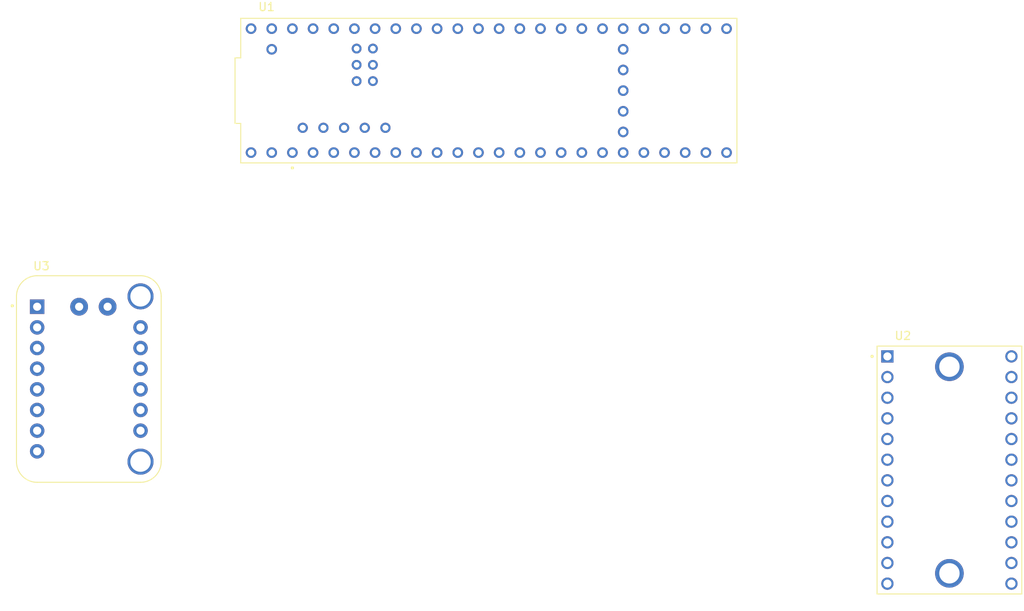
<source format=kicad_pcb>
(kicad_pcb (version 20241229) (generator "pcbnew") (generator_version "9.0")
  (layers (0 "F.Cu" signal) (2 "B.Cu" signal) (13 "F.Paste" user) (15 "B.Paste" user) (5 "F.SilkS" user "F.Silkscreen") (7 "B.SilkS" user "B.Silkscreen") (1 "F.Mask" user) (3 "B.Mask" user) (25 "Edge.Cuts" user))
  (net 0 "")
  (net 4 "3.3V")
  (net 7 "USB_GND")
  (net 13 "GND")
  (net 97 "Net-(U3-SHIELD-PadS1)")
  (footprint "teensy_library:adafruit_dc_motor_3297" (layer "F.Cu") (at 69.65 99.34)
    (property "Reference" "U3" (at -5.825 -13.885 0) (layer "F.SilkS"))
    (property "Value" "adafruit_dc_motor_3297")
    (fp_line (start -8.89 -10.16) (end -8.89 10.16) (stroke (width 0.127)) (layer "F.SilkS"))
    (fp_line (start -6.35 12.7) (end 6.35 12.7) (stroke (width 0.127)) (layer "F.SilkS"))
    (fp_line (start 6.35 -12.7) (end -6.35 -12.7) (stroke (width 0.127)) (layer "F.SilkS"))
    (fp_line (start 8.89 10.16) (end 8.89 -10.16) (stroke (width 0.127)) (layer "F.SilkS"))
    (fp_arc (start -8.89 -10.16) (mid -8.146051 -11.956051) (end -6.35 -12.7) (stroke (width 0.127)) (layer "F.SilkS"))
    (fp_arc (start -6.35 12.7) (mid -8.146051 11.956051) (end -8.89 10.16) (stroke (width 0.127)) (layer "F.SilkS"))
    (fp_arc (start 6.35 -12.7) (mid 8.146051 -11.956051) (end 8.89 -10.16) (stroke (width 0.127)) (layer "F.SilkS"))
    (fp_arc (start 8.89 10.16) (mid 8.146051 11.956051) (end 6.35 12.7) (stroke (width 0.127)) (layer "F.SilkS"))
    (fp_circle (center -9.4 -9) (end -9.3 -9) (stroke (width 0.2)) (fill no) (layer "F.SilkS"))
    (pad "J1_1" thru_hole rect (at -6.35 -8.89) (size 1.778 1.778) (drill 1) (layers "*.Cu" "*.Mask"))
    (pad "J1_2" thru_hole circle (at -6.35 -6.35) (size 1.778 1.778) (drill 1) (layers "*.Cu" "*.Mask"))
    (pad "J1_3" thru_hole circle (at -6.35 -3.81) (size 1.778 1.778) (drill 1) (layers "*.Cu" "*.Mask"))
    (pad "J1_4" thru_hole circle (at -6.35 -1.27) (size 1.778 1.778) (drill 1) (layers "*.Cu" "*.Mask"))
    (pad "J1_5" thru_hole circle (at -6.35 1.27) (size 1.778 1.778) (drill 1) (layers "*.Cu" "*.Mask"))
    (pad "J1_6" thru_hole circle (at -6.35 3.81) (size 1.778 1.778) (drill 1) (layers "*.Cu" "*.Mask"))
    (pad "J1_7" thru_hole circle (at -6.35 6.35) (size 1.778 1.778) (drill 1) (layers "*.Cu" "*.Mask"))
    (pad "J1_8" thru_hole circle (at -6.35 8.89) (size 1.778 1.778) (drill 1) (layers "*.Cu" "*.Mask"))
    (pad "J2_1" thru_hole circle (at -1.192 -8.89) (size 2.1844 2.1844) (drill 1) (layers "*.Cu" "*.Mask"))
    (pad "J2_2" thru_hole circle (at 2.308 -8.89) (size 2.1844 2.1844) (drill 1) (layers "*.Cu" "*.Mask"))
    (pad "J3_1" thru_hole circle (at 6.35 -6.35) (size 1.778 1.778) (drill 1) (layers "*.Cu" "*.Mask"))
    (pad "J3_2" thru_hole circle (at 6.35 -3.81) (size 1.778 1.778) (drill 1) (layers "*.Cu" "*.Mask"))
    (pad "J3_3" thru_hole circle (at 6.35 -1.27) (size 1.778 1.778) (drill 1) (layers "*.Cu" "*.Mask"))
    (pad "J3_4" thru_hole circle (at 6.35 1.27) (size 1.778 1.778) (drill 1) (layers "*.Cu" "*.Mask"))
    (pad "J3_5" thru_hole circle (at 6.35 3.81) (size 1.778 1.778) (drill 1) (layers "*.Cu" "*.Mask"))
    (pad "J3_6" thru_hole circle (at 6.35 6.35) (size 1.778 1.778) (drill 1) (layers "*.Cu" "*.Mask"))
    (pad "S1" thru_hole circle (at 6.35 -10.16) (size 3.2 3.2) (drill 2.5) (layers "*.Cu" "*.Mask") (net 97 "Net-(U3-SHIELD-PadS1)"))
    (pad "S2" thru_hole circle (at 6.35 10.16) (size 3.2 3.2) (drill 2.5) (layers "*.Cu" "*.Mask") (net 97 "Net-(U3-SHIELD-PadS1)"))
  )
  (footprint "teensy_library:Adafruit TCA9548A" (layer "F.Cu") (at 175.38 110.53)
    (property "Reference" "U2" (at -5.715 -16.51 0) (layer "F.SilkS"))
    (property "Value" "Adafruit TCA9548A")
    (fp_line (start -8.89 -15.24) (end 8.89 -15.24) (stroke (width 0.127)) (layer "F.SilkS"))
    (fp_line (start -8.89 15.24) (end -8.89 -15.24) (stroke (width 0.127)) (layer "F.SilkS"))
    (fp_line (start 8.89 -15.24) (end 8.89 15.24) (stroke (width 0.127)) (layer "F.SilkS"))
    (fp_line (start 8.89 15.24) (end -8.89 15.24) (stroke (width 0.127)) (layer "F.SilkS"))
    (fp_circle (center -9.5 -13.97) (end -9.4 -13.97) (stroke (width 0.2)) (fill no) (layer "F.SilkS"))
    (pad "1" thru_hole rect (at -7.62 -13.97) (size 1.508 1.508) (drill 1) (layers "*.Cu" "*.Mask"))
    (pad "2" thru_hole circle (at -7.62 -11.43) (size 1.508 1.508) (drill 1) (layers "*.Cu" "*.Mask"))
    (pad "3" thru_hole circle (at -7.62 -8.89) (size 1.508 1.508) (drill 1) (layers "*.Cu" "*.Mask"))
    (pad "4" thru_hole circle (at -7.62 -6.35) (size 1.508 1.508) (drill 1) (layers "*.Cu" "*.Mask"))
    (pad "5" thru_hole circle (at -7.62 -3.81) (size 1.508 1.508) (drill 1) (layers "*.Cu" "*.Mask"))
    (pad "6" thru_hole circle (at -7.62 -1.27) (size 1.508 1.508) (drill 1) (layers "*.Cu" "*.Mask"))
    (pad "7" thru_hole circle (at -7.62 1.27) (size 1.508 1.508) (drill 1) (layers "*.Cu" "*.Mask"))
    (pad "8" thru_hole circle (at -7.62 3.81) (size 1.508 1.508) (drill 1) (layers "*.Cu" "*.Mask"))
    (pad "9" thru_hole circle (at -7.62 6.35) (size 1.508 1.508) (drill 1) (layers "*.Cu" "*.Mask"))
    (pad "10" thru_hole circle (at -7.62 8.89) (size 1.508 1.508) (drill 1) (layers "*.Cu" "*.Mask"))
    (pad "11" thru_hole circle (at -7.62 11.43) (size 1.508 1.508) (drill 1) (layers "*.Cu" "*.Mask"))
    (pad "12" thru_hole circle (at -7.62 13.97) (size 1.508 1.508) (drill 1) (layers "*.Cu" "*.Mask"))
    (pad "13" thru_hole circle (at 7.62 13.97) (size 1.508 1.508) (drill 1) (layers "*.Cu" "*.Mask"))
    (pad "14" thru_hole circle (at 7.62 11.43) (size 1.508 1.508) (drill 1) (layers "*.Cu" "*.Mask"))
    (pad "15" thru_hole circle (at 7.62 8.89) (size 1.508 1.508) (drill 1) (layers "*.Cu" "*.Mask"))
    (pad "16" thru_hole circle (at 7.62 6.35) (size 1.508 1.508) (drill 1) (layers "*.Cu" "*.Mask"))
    (pad "17" thru_hole circle (at 7.62 3.81) (size 1.508 1.508) (drill 1) (layers "*.Cu" "*.Mask"))
    (pad "18" thru_hole circle (at 7.62 1.27) (size 1.508 1.508) (drill 1) (layers "*.Cu" "*.Mask"))
    (pad "19" thru_hole circle (at 7.62 -1.27) (size 1.508 1.508) (drill 1) (layers "*.Cu" "*.Mask"))
    (pad "20" thru_hole circle (at 7.62 -3.81) (size 1.508 1.508) (drill 1) (layers "*.Cu" "*.Mask"))
    (pad "21" thru_hole circle (at 7.62 -6.35) (size 1.508 1.508) (drill 1) (layers "*.Cu" "*.Mask"))
    (pad "22" thru_hole circle (at 7.62 -8.89) (size 1.508 1.508) (drill 1) (layers "*.Cu" "*.Mask"))
    (pad "23" thru_hole circle (at 7.62 -11.43) (size 1.508 1.508) (drill 1) (layers "*.Cu" "*.Mask"))
    (pad "24" thru_hole circle (at 7.62 -13.97) (size 1.508 1.508) (drill 1) (layers "*.Cu" "*.Mask"))
    (pad "P1" thru_hole circle (at 0 -12.7) (size 3.516 3.516) (drill 2.5) (layers "*.Cu" "*.Mask"))
    (pad "P2" thru_hole circle (at 0 12.7) (size 3.516 3.516) (drill 2.5) (layers "*.Cu" "*.Mask"))
  )
  (footprint "teensy_library:teensy4.1" (layer "F.Cu") (at 118.79 63.88)
    (property "Reference" "U1" (at -27.305 -10.295 0) (layer "F.SilkS"))
    (property "Value" "Teensy4.1")
    (fp_line (start -31.18 4.03) (end -31.18 -4.03) (stroke (width 0.127)) (layer "F.SilkS"))
    (fp_line (start -30.48 -8.89) (end -30.48 -4.03) (stroke (width 0.127)) (layer "F.SilkS"))
    (fp_line (start -30.48 -8.89) (end 30.48 -8.89) (stroke (width 0.127)) (layer "F.SilkS"))
    (fp_line (start -30.48 -4.03) (end -31.18 -4.03) (stroke (width 0.127)) (layer "F.SilkS"))
    (fp_line (start -30.48 4.03) (end -31.18 4.03) (stroke (width 0.127)) (layer "F.SilkS"))
    (fp_line (start -30.48 8.89) (end -30.48 4.03) (stroke (width 0.127)) (layer "F.SilkS"))
    (fp_line (start 30.48 -8.89) (end 30.48 8.89) (stroke (width 0.127)) (layer "F.SilkS"))
    (fp_line (start 30.48 8.89) (end -30.48 8.89) (stroke (width 0.127)) (layer "F.SilkS"))
    (fp_circle (center -24.13 9.5) (end -24.03 9.5) (stroke (width 0.2)) (fill no) (layer "F.SilkS"))
    (pad "0" thru_hole circle (at -26.67 7.62) (size 1.308 1.308) (drill 0.8) (layers "*.Cu" "*.Mask"))
    (pad "1" thru_hole circle (at -24.13 7.62) (size 1.308 1.308) (drill 0.8) (layers "*.Cu" "*.Mask"))
    (pad "2" thru_hole circle (at -21.59 7.62) (size 1.308 1.308) (drill 0.8) (layers "*.Cu" "*.Mask"))
    (pad "3" thru_hole circle (at -19.05 7.62) (size 1.308 1.308) (drill 0.8) (layers "*.Cu" "*.Mask"))
    (pad "3.3V_1" thru_hole circle (at 6.35 7.62) (size 1.308 1.308) (drill 0.8) (layers "*.Cu" "*.Mask") (net 4 "3.3V"))
    (pad "3.3V_2" thru_hole circle (at -24.13 -7.62) (size 1.308 1.308) (drill 0.8) (layers "*.Cu" "*.Mask") (net 4 "3.3V"))
    (pad "3.3V_3" thru_hole circle (at 16.51 2.54) (size 1.308 1.308) (drill 0.8) (layers "*.Cu" "*.Mask") (net 4 "3.3V"))
    (pad "4" thru_hole circle (at -16.51 7.62) (size 1.308 1.308) (drill 0.8) (layers "*.Cu" "*.Mask"))
    (pad "5" thru_hole circle (at -13.97 7.62) (size 1.308 1.308) (drill 0.8) (layers "*.Cu" "*.Mask"))
    (pad "5V" thru_hole circle (at -22.86 4.57) (size 1.258 1.258) (drill 0.75) (layers "*.Cu" "*.Mask"))
    (pad "6" thru_hole circle (at -11.43 7.62) (size 1.308 1.308) (drill 0.8) (layers "*.Cu" "*.Mask"))
    (pad "7" thru_hole circle (at -8.89 7.62) (size 1.308 1.308) (drill 0.8) (layers "*.Cu" "*.Mask"))
    (pad "8" thru_hole circle (at -6.35 7.62) (size 1.308 1.308) (drill 0.8) (layers "*.Cu" "*.Mask"))
    (pad "9" thru_hole circle (at -3.81 7.62) (size 1.308 1.308) (drill 0.8) (layers "*.Cu" "*.Mask"))
    (pad "10" thru_hole circle (at -1.27 7.62) (size 1.308 1.308) (drill 0.8) (layers "*.Cu" "*.Mask"))
    (pad "11" thru_hole circle (at 1.27 7.62) (size 1.308 1.308) (drill 0.8) (layers "*.Cu" "*.Mask"))
    (pad "12" thru_hole circle (at 3.81 7.62) (size 1.308 1.308) (drill 0.8) (layers "*.Cu" "*.Mask"))
    (pad "13" thru_hole circle (at 3.81 -7.62) (size 1.308 1.308) (drill 0.8) (layers "*.Cu" "*.Mask"))
    (pad "14" thru_hole circle (at 1.27 -7.62) (size 1.308 1.308) (drill 0.8) (layers "*.Cu" "*.Mask"))
    (pad "15" thru_hole circle (at -1.27 -7.62) (size 1.308 1.308) (drill 0.8) (layers "*.Cu" "*.Mask"))
    (pad "16" thru_hole circle (at -3.81 -7.62) (size 1.308 1.308) (drill 0.8) (layers "*.Cu" "*.Mask"))
    (pad "17" thru_hole circle (at -6.35 -7.62) (size 1.308 1.308) (drill 0.8) (layers "*.Cu" "*.Mask"))
    (pad "18" thru_hole circle (at -8.89 -7.62) (size 1.308 1.308) (drill 0.8) (layers "*.Cu" "*.Mask"))
    (pad "19" thru_hole circle (at -11.43 -7.62) (size 1.308 1.308) (drill 0.8) (layers "*.Cu" "*.Mask"))
    (pad "20" thru_hole circle (at -13.97 -7.62) (size 1.308 1.308) (drill 0.8) (layers "*.Cu" "*.Mask"))
    (pad "21" thru_hole circle (at -16.51 -7.62) (size 1.308 1.308) (drill 0.8) (layers "*.Cu" "*.Mask"))
    (pad "22" thru_hole circle (at -19.05 -7.62) (size 1.308 1.308) (drill 0.8) (layers "*.Cu" "*.Mask"))
    (pad "23" thru_hole circle (at -21.59 -7.62) (size 1.308 1.308) (drill 0.8) (layers "*.Cu" "*.Mask"))
    (pad "24" thru_hole circle (at 8.89 7.62) (size 1.308 1.308) (drill 0.8) (layers "*.Cu" "*.Mask"))
    (pad "25" thru_hole circle (at 11.43 7.62) (size 1.308 1.308) (drill 0.8) (layers "*.Cu" "*.Mask"))
    (pad "26" thru_hole circle (at 13.97 7.62) (size 1.308 1.308) (drill 0.8) (layers "*.Cu" "*.Mask"))
    (pad "27" thru_hole circle (at 16.51 7.62) (size 1.308 1.308) (drill 0.8) (layers "*.Cu" "*.Mask"))
    (pad "28" thru_hole circle (at 19.05 7.62) (size 1.308 1.308) (drill 0.8) (layers "*.Cu" "*.Mask"))
    (pad "29" thru_hole circle (at 21.59 7.62) (size 1.308 1.308) (drill 0.8) (layers "*.Cu" "*.Mask"))
    (pad "30" thru_hole circle (at 24.13 7.62) (size 1.308 1.308) (drill 0.8) (layers "*.Cu" "*.Mask"))
    (pad "31" thru_hole circle (at 26.67 7.62) (size 1.308 1.308) (drill 0.8) (layers "*.Cu" "*.Mask"))
    (pad "32" thru_hole circle (at 29.21 7.62) (size 1.308 1.308) (drill 0.8) (layers "*.Cu" "*.Mask"))
    (pad "33" thru_hole circle (at 29.21 -7.62) (size 1.308 1.308) (drill 0.8) (layers "*.Cu" "*.Mask"))
    (pad "34" thru_hole circle (at 26.67 -7.62) (size 1.308 1.308) (drill 0.8) (layers "*.Cu" "*.Mask"))
    (pad "35" thru_hole circle (at 24.13 -7.62) (size 1.308 1.308) (drill 0.8) (layers "*.Cu" "*.Mask"))
    (pad "36" thru_hole circle (at 21.59 -7.62) (size 1.308 1.308) (drill 0.8) (layers "*.Cu" "*.Mask"))
    (pad "37" thru_hole circle (at 19.05 -7.62) (size 1.308 1.308) (drill 0.8) (layers "*.Cu" "*.Mask"))
    (pad "38" thru_hole circle (at 16.51 -7.62) (size 1.308 1.308) (drill 0.8) (layers "*.Cu" "*.Mask"))
    (pad "39" thru_hole circle (at 13.97 -7.62) (size 1.308 1.308) (drill 0.8) (layers "*.Cu" "*.Mask"))
    (pad "40" thru_hole circle (at 11.43 -7.62) (size 1.308 1.308) (drill 0.8) (layers "*.Cu" "*.Mask"))
    (pad "41" thru_hole circle (at 8.89 -7.62) (size 1.308 1.308) (drill 0.8) (layers "*.Cu" "*.Mask"))
    (pad "D+" thru_hole circle (at -17.78 4.57) (size 1.258 1.258) (drill 0.75) (layers "*.Cu" "*.Mask"))
    (pad "D-" thru_hole circle (at -20.32 4.57) (size 1.258 1.258) (drill 0.75) (layers "*.Cu" "*.Mask"))
    (pad "GND1" thru_hole circle (at -29.21 7.62) (size 1.308 1.308) (drill 0.8) (layers "*.Cu" "*.Mask") (net 13 "GND"))
    (pad "GND2" thru_hole circle (at 6.35 -7.62) (size 1.308 1.308) (drill 0.8) (layers "*.Cu" "*.Mask") (net 13 "GND"))
    (pad "GND3" thru_hole circle (at -26.67 -7.62) (size 1.308 1.308) (drill 0.8) (layers "*.Cu" "*.Mask") (net 13 "GND"))
    (pad "GND4" thru_hole circle (at 16.51 0) (size 1.308 1.308) (drill 0.8) (layers "*.Cu" "*.Mask") (net 13 "GND"))
    (pad "GND5" thru_hole circle (at -14.24 -3.17) (size 1.208 1.208) (drill 0.7) (layers "*.Cu" "*.Mask") (net 13 "GND"))
    (pad "LED" thru_hole circle (at -16.24 -3.17) (size 1.208 1.208) (drill 0.7) (layers "*.Cu" "*.Mask"))
    (pad "ON/OFF" thru_hole circle (at 16.51 -5.08) (size 1.308 1.308) (drill 0.8) (layers "*.Cu" "*.Mask"))
    (pad "PROGRAM" thru_hole circle (at 16.51 -2.54) (size 1.308 1.308) (drill 0.8) (layers "*.Cu" "*.Mask"))
    (pad "R+" thru_hole circle (at -16.24 -5.17) (size 1.208 1.208) (drill 0.7) (layers "*.Cu" "*.Mask"))
    (pad "R-" thru_hole circle (at -14.24 -5.17) (size 1.208 1.208) (drill 0.7) (layers "*.Cu" "*.Mask"))
    (pad "T+" thru_hole circle (at -14.24 -1.17) (size 1.208 1.208) (drill 0.7) (layers "*.Cu" "*.Mask"))
    (pad "T-" thru_hole circle (at -16.24 -1.17) (size 1.208 1.208) (drill 0.7) (layers "*.Cu" "*.Mask"))
    (pad "USB_GND1" thru_hole circle (at -15.24 4.57) (size 1.258 1.258) (drill 0.75) (layers "*.Cu" "*.Mask") (net 7 "USB_GND"))
    (pad "USB_GND2" thru_hole circle (at -12.7 4.57) (size 1.258 1.258) (drill 0.75) (layers "*.Cu" "*.Mask") (net 7 "USB_GND"))
    (pad "VBAT" thru_hole circle (at 16.51 5.08) (size 1.308 1.308) (drill 0.8) (layers "*.Cu" "*.Mask"))
    (pad "VIN" thru_hole circle (at -29.21 -7.62) (size 1.308 1.308) (drill 0.8) (layers "*.Cu" "*.Mask"))
    (pad "VUSB" thru_hole circle (at -26.67 -5.08) (size 1.308 1.308) (drill 0.8) (layers "*.Cu" "*.Mask"))
  )
)
</source>
